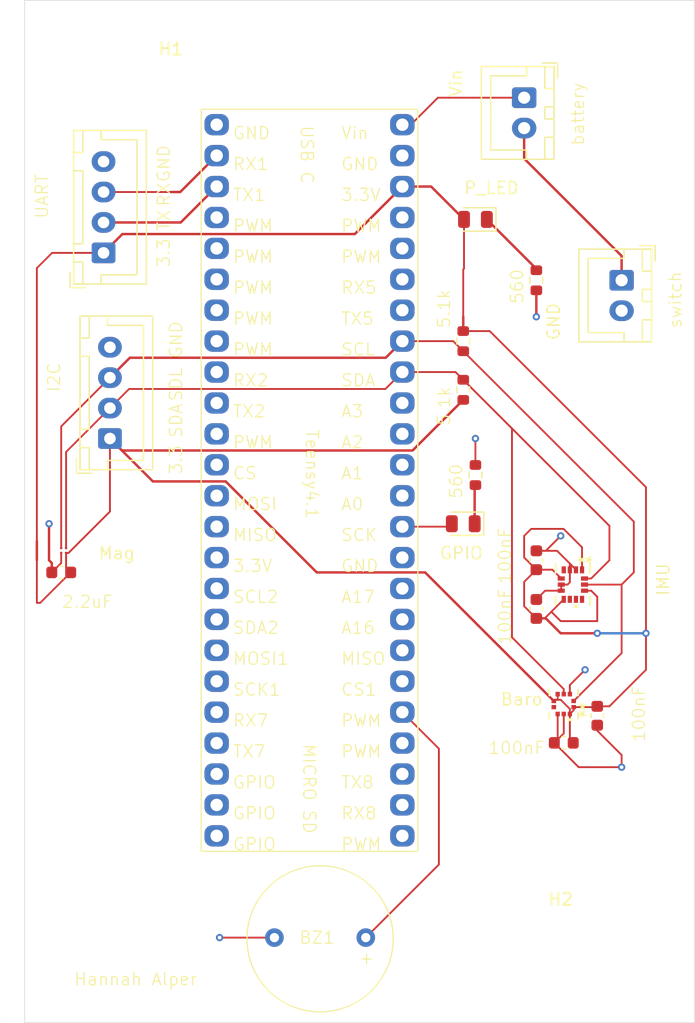
<source format=kicad_pcb>
(kicad_pcb (version 20241229) (generator "pcbnew") (generator_version "9.0")
  (layers (0 "F.Cu" signal) (2 "B.Cu" signal) (13 "F.Paste" user) (15 "B.Paste" user) (5 "F.SilkS" user "F.Silkscreen") (7 "B.SilkS" user "B.Silkscreen") (1 "F.Mask" user) (3 "B.Mask" user) (25 "Edge.Cuts" user))
  (net 0 "")
  (net 1 "GND")
  (net 2 "Net-(BZ1-+)")
  (net 3 "+3.3V")
  (net 4 "Net-(D1-A)")
  (net 5 "Net-(D1-K)")
  (net 6 "Net-(D2-K)")
  (net 7 "Net-(J1-Pin_1)")
  (net 8 "Net-(J2-Pin_1)")
  (net 9 "SCL")
  (net 10 "SDA")
  (net 11 "Net-(J4-Pin_2)")
  (net 12 "Net-(J4-Pin_3)")
  (footprint "Resistor_SMD:R_0603_1608Metric" (layer "F.Cu") (at 106 109 90)
    (property "Reference" "R1" (hide yes))
    (property "Value" "5.1k")
    (pad "1" smd roundrect (at -0.825 0 90) (size 0.8 0.95) (layers "F.Cu" "F.Mask" "F.Paste") (net 9 "SCL"))
    (pad "2" smd roundrect (at 0.825 0 90) (size 0.8 0.95) (layers "F.Cu" "F.Mask" "F.Paste") (net 3 "+3.3V"))
  )
  (footprint "LED_SMD:LED_0805_2012Metric" (layer "F.Cu") (at 107 99 180)
    (property "Reference" "D2" (hide yes))
    (property "Value" "LED")
    (pad "1" smd roundrect (at -0.9375 0 180) (size 0.975 1.4) (layers "F.Cu" "F.Mask" "F.Paste") (net 6 "Net-(D2-K)"))
    (pad "2" smd roundrect (at 0.9375 0 180) (size 0.975 1.4) (layers "F.Cu" "F.Mask" "F.Paste") (net 3 "+3.3V"))
  )
  (footprint "MountingHole:MountingHole_3.2mm_M3" (layer "F.Cu") (at 114 159)
    (property "Reference" "H2" (at 0 -4.15 0) (layer "F.SilkS"))
    (property "Value" "MountingHole")
    (pad "" np_thru_hole circle (at 0 0) (size 3.2 3.2) (drill 3.2) (layers "*.Cu" "*.Mask"))
  )
  (footprint "Resistor_SMD:R_0603_1608Metric" (layer "F.Cu") (at 106 113 -90)
    (property "Reference" "R2" (hide yes))
    (property "Value" "5.1k")
    (pad "1" smd roundrect (at -0.825 0 270) (size 0.8 0.95) (layers "F.Cu" "F.Mask" "F.Paste") (net 10 "SDA"))
    (pad "2" smd roundrect (at 0.825 0 270) (size 0.8 0.95) (layers "F.Cu" "F.Mask" "F.Paste") (net 3 "+3.3V"))
  )
  (footprint "my_footprint_library:magnetometer" (layer "F.Cu") (at 73.2 126.2 90)
    (property "Reference" "U2" (hide yes))
    (property "Value" "MMC5603NJ")
    (pad "A1" smd circle (at -0.2 -0.2 90) (size 0.2032 0.2032) (layers "F.Cu" "F.Mask" "F.Paste") (net 1 "GND"))
    (pad "A2" smd circle (at 0.2 -0.2 90) (size 0.2032 0.2032) (layers "F.Cu" "F.Mask" "F.Paste") (net 9 "SCL"))
    (pad "B1" smd circle (at -0.2 0.2 90) (size 0.2032 0.2032) (layers "F.Cu" "F.Mask" "F.Paste") (net 3 "+3.3V"))
    (pad "B2" smd circle (at 0.2 0.2 90) (size 0.2032 0.2032) (layers "F.Cu" "F.Mask" "F.Paste") (net 10 "SDA"))
  )
  (footprint "LED_SMD:LED_0805_2012Metric" (layer "F.Cu") (at 106 124 180)
    (property "Reference" "D1" (hide yes))
    (property "Value" "LED")
    (pad "1" smd roundrect (at -0.9375 0 180) (size 0.975 1.4) (layers "F.Cu" "F.Mask" "F.Paste") (net 5 "Net-(D1-K)"))
    (pad "2" smd roundrect (at 0.9375 0 180) (size 0.975 1.4) (layers "F.Cu" "F.Mask" "F.Paste") (net 4 "Net-(D1-A)"))
  )
  (footprint "Resistor_SMD:R_0603_1608Metric" (layer "F.Cu") (at 112 104 90)
    (property "Reference" "R4" (hide yes))
    (property "Value" "560")
    (pad "1" smd roundrect (at -0.825 0 90) (size 0.8 0.95) (layers "F.Cu" "F.Mask" "F.Paste") (net 1 "GND"))
    (pad "2" smd roundrect (at 0.825 0 90) (size 0.8 0.95) (layers "F.Cu" "F.Mask" "F.Paste") (net 6 "Net-(D2-K)"))
  )
  (footprint "Capacitor_SMD:C_0603_1608Metric" (layer "F.Cu") (at 73 128 180)
    (property "Reference" "C2" (hide yes))
    (property "Value" "2.2uF")
    (pad "1" smd roundrect (at -0.775 0 180) (size 0.9 0.95) (layers "F.Cu" "F.Mask" "F.Paste") (net 3 "+3.3V"))
    (pad "2" smd roundrect (at 0.775 0 180) (size 0.9 0.95) (layers "F.Cu" "F.Mask" "F.Paste") (net 1 "GND"))
  )
  (footprint "Capacitor_SMD:C_0603_1608Metric" (layer "F.Cu") (at 112 131 -90)
    (property "Reference" "C4" (hide yes))
    (property "Value" "100nF")
    (pad "1" smd roundrect (at -0.775 0 270) (size 0.9 0.95) (layers "F.Cu" "F.Mask" "F.Paste") (net 1 "GND"))
    (pad "2" smd roundrect (at 0.775 0 270) (size 0.9 0.95) (layers "F.Cu" "F.Mask" "F.Paste") (net 3 "+3.3V"))
  )
  (footprint "Capacitor_SMD:C_0603_1608Metric" (layer "F.Cu") (at 114.25 142 180)
    (property "Reference" "C5" (hide yes))
    (property "Value" "100nF")
    (pad "1" smd roundrect (at -0.775 0 180) (size 0.9 0.95) (layers "F.Cu" "F.Mask" "F.Paste") (net 3 "+3.3V"))
    (pad "2" smd roundrect (at 0.775 0 180) (size 0.9 0.95) (layers "F.Cu" "F.Mask" "F.Paste") (net 1 "GND"))
  )
  (footprint "Capacitor_SMD:C_0603_1608Metric" (layer "F.Cu") (at 117 139.775 -90)
    (property "Reference" "C1" (hide yes))
    (property "Value" "100nF")
    (pad "1" smd roundrect (at -0.775 0 270) (size 0.9 0.95) (layers "F.Cu" "F.Mask" "F.Paste") (net 3 "+3.3V"))
    (pad "2" smd roundrect (at 0.775 0 270) (size 0.9 0.95) (layers "F.Cu" "F.Mask" "F.Paste") (net 1 "GND"))
  )
  (footprint "Capacitor_SMD:C_0603_1608Metric" (layer "F.Cu") (at 112 127 -90)
    (property "Reference" "C3" (hide yes))
    (property "Value" "100nF")
    (pad "1" smd roundrect (at -0.775 0 270) (size 0.9 0.95) (layers "F.Cu" "F.Mask" "F.Paste") (net 1 "GND"))
    (pad "2" smd roundrect (at 0.775 0 270) (size 0.9 0.95) (layers "F.Cu" "F.Mask" "F.Paste") (net 3 "+3.3V"))
  )
  (footprint "my_footprint_library:IMU" (layer "F.Cu") (at 115 129 -90)
    (property "Reference" "U3" (hide yes))
    (property "Value" "LSM6DSOTR")
    (fp_text user "*" (at -2.032 -1 270) (layer "F.SilkS"))
    (fp_text user "*" (at -2.032 -1 90) (layer "F.SilkS"))
    (pad "1" smd rect (at -1.2103 -0.750001) (size 0.351536 0.57658) (layers "F.Cu" "F.Mask" "F.Paste") (net 3 "+3.3V"))
    (pad "2" smd rect (at -1.2103 -0.25) (size 0.351536 0.57658) (layers "F.Cu" "F.Mask" "F.Paste") (net 1 "GND"))
    (pad "3" smd rect (at -1.2103 0.25) (size 0.351536 0.57658) (layers "F.Cu" "F.Mask" "F.Paste") (net 1 "GND"))
    (pad "4" smd rect (at -1.2103 0.750001) (size 0.351536 0.57658) (layers "F.Cu" "F.Mask" "F.Paste"))
    (pad "5" smd rect (at -0.499999 0.9563 270) (size 0.351536 0.57658) (layers "F.Cu" "F.Mask" "F.Paste") (net 3 "+3.3V"))
    (pad "6" smd rect (at 0 0.9563 270) (size 0.351536 0.57658) (layers "F.Cu" "F.Mask" "F.Paste") (net 1 "GND"))
    (pad "7" smd rect (at 0.499999 0.9563 270) (size 0.351536 0.57658) (layers "F.Cu" "F.Mask" "F.Paste") (net 1 "GND"))
    (pad "8" smd rect (at 1.2103 0.750001) (size 0.351536 0.57658) (layers "F.Cu" "F.Mask" "F.Paste") (net 3 "+3.3V"))
    (pad "9" smd rect (at 1.2103 0.25) (size 0.351536 0.57658) (layers "F.Cu" "F.Mask" "F.Paste"))
    (pad "10" smd rect (at 1.2103 -0.25) (size 0.351536 0.57658) (layers "F.Cu" "F.Mask" "F.Paste"))
    (pad "11" smd rect (at 1.2103 -0.750001) (size 0.351536 0.57658) (layers "F.Cu" "F.Mask" "F.Paste"))
    (pad "12" smd rect (at 0.499999 -0.9563 270) (size 0.351536 0.57658) (layers "F.Cu" "F.Mask" "F.Paste") (net 3 "+3.3V"))
    (pad "13" smd rect (at 0 -0.9563 270) (size 0.351536 0.57658) (layers "F.Cu" "F.Mask" "F.Paste") (net 9 "SCL"))
    (pad "14" smd rect (at -0.499999 -0.9563 270) (size 0.351536 0.57658) (layers "F.Cu" "F.Mask" "F.Paste") (net 10 "SDA"))
  )
  (footprint "my_footprint_library:barometer_footprint" (layer "F.Cu") (at 114.25 138.815 180)
    (property "Reference" "U1" (hide yes))
    (property "Value" "LPS22HHTR")
    (fp_text user "*" (at -1.5367 -0.5 180) (layer "F.SilkS"))
    (fp_text user "*" (at -1.5367 -0.5 0) (layer "F.SilkS"))
    (pad "1" smd rect (at -0.815 -0.25 270) (size 0.351536 0.376682) (layers "F.Cu" "F.Mask" "F.Paste") (net 3 "+3.3V"))
    (pad "2" smd rect (at -0.815 0.25 270) (size 0.351536 0.376682) (layers "F.Cu" "F.Mask" "F.Paste") (net 9 "SCL"))
    (pad "3" smd rect (at -0.499999 0.815 180) (size 0.351536 0.376682) (layers "F.Cu" "F.Mask" "F.Paste") (net 1 "GND"))
    (pad "4" smd rect (at 0 0.815 180) (size 0.351536 0.376682) (layers "F.Cu" "F.Mask" "F.Paste") (net 10 "SDA"))
    (pad "5" smd rect (at 0.499999 0.815 180) (size 0.351536 0.376682) (layers "F.Cu" "F.Mask" "F.Paste") (net 3 "+3.3V"))
    (pad "6" smd rect (at 0.815 0.25 270) (size 0.351536 0.376682) (layers "F.Cu" "F.Mask" "F.Paste") (net 3 "+3.3V"))
    (pad "7" smd rect (at 0.815 -0.25 270) (size 0.351536 0.376682) (layers "F.Cu" "F.Mask" "F.Paste"))
    (pad "8" smd rect (at 0.499999 -0.815 180) (size 0.351536 0.376682) (layers "F.Cu" "F.Mask" "F.Paste") (net 1 "GND"))
    (pad "9" smd rect (at 0 -0.815 180) (size 0.351536 0.376682) (layers "F.Cu" "F.Mask" "F.Paste") (net 1 "GND"))
    (pad "10" smd rect (at -0.499999 -0.815 180) (size 0.351536 0.376682) (layers "F.Cu" "F.Mask" "F.Paste") (net 3 "+3.3V"))
  )
  (footprint "Connector_JST:JST_XH_B2B-XH-A_1x02_P2.50mm_Vertical" (layer "F.Cu") (at 111 89 -90)
    (property "Reference" "J2" (hide yes))
    (property "Value" "Conn_01x02")
    (pad "1" thru_hole roundrect (at 0 0 270) (size 1.7 2) (drill 1) (layers "*.Cu" "*.Mask") (roundrect_rratio 0.147059) (net 8 "Net-(J2-Pin_1)"))
    (pad "2" thru_hole oval (at 2.5 0 270) (size 1.7 2) (drill 1) (layers "*.Cu" "*.Mask") (net 7 "Net-(J1-Pin_1)"))
  )
  (footprint "footprint:teensy" (layer "F.Cu") (at 93.38 120.43)
    (property "Reference" "Teensy4.1" (at 0.2 -0.5 270) (layer "F.SilkS") (effects (font (thickness 0.1))))
    (property "Value" "~")
    (fp_text user "PWM" (at -6.35 -12.7 0) (layer "F.SilkS") (effects (font (thickness 0.1)) (justify left bottom)))
    (fp_text user "GPIO" (at -6.35 25.4 0) (layer "F.SilkS") (effects (font (thickness 0.1)) (justify left bottom)))
    (fp_text user "SCK1" (at -6.35 17.78 0) (layer "F.SilkS") (effects (font (thickness 0.1)) (justify left bottom)))
    (fp_text user "MISO" (at -6.35 5.08 0) (layer "F.SilkS") (effects (font (thickness 0.1)) (justify left bottom)))
    (fp_text user "PWM" (at 2.54 -17.78 0) (layer "F.SilkS") (effects (font (thickness 0.1)) (justify left bottom)))
    (fp_text user "A16" (at 2.54 12.7 0) (layer "F.SilkS") (effects (font (thickness 0.1)) (justify left bottom)))
    (fp_text user "3.3V" (at -6.35 7.62 0) (layer "F.SilkS") (effects (font (thickness 0.1)) (justify left bottom)))
    (fp_text user "A17" (at 2.54 10.16 0) (layer "F.SilkS") (effects (font (thickness 0.1)) (justify left bottom)))
    (fp_text user "RX1" (at -6.35 -25.4 0) (layer "F.SilkS") (effects (font (thickness 0.1)) (justify left bottom)))
    (fp_text user "USB C" (at -0.8 -29.2 270) (layer "F.SilkS") (effects (font (thickness 0.1)) (justify left bottom)))
    (fp_text user "PWM" (at 2.54 22.86 0) (layer "F.SilkS") (effects (font (thickness 0.1)) (justify left bottom)))
    (fp_text user "PWM" (at 2.54 30.48 0) (layer "F.SilkS") (effects (font (thickness 0.1)) (justify left bottom)))
    (fp_text user "RX8" (at 2.54 27.94 0) (layer "F.SilkS") (effects (font (thickness 0.1)) (justify left bottom)))
    (fp_text user "PWM" (at -6.35 -10.16 0) (layer "F.SilkS") (effects (font (thickness 0.1)) (justify left bottom)))
    (fp_text user "3.3V" (at 2.54 -22.86 0) (layer "F.SilkS") (effects (font (thickness 0.1)) (justify left bottom)))
    (fp_text user "CS" (at -6.35 0 0) (layer "F.SilkS") (effects (font (thickness 0.1)) (justify left bottom)))
    (fp_text user "GND" (at 2.54 7.62 0) (layer "F.SilkS") (effects (font (thickness 0.1)) (justify left bottom)))
    (fp_text user "PWM" (at 2.54 -20.32 0) (layer "F.SilkS") (effects (font (thickness 0.1)) (justify left bottom)))
    (fp_text user "MISO" (at 2.54 15.24 0) (layer "F.SilkS") (effects (font (thickness 0.1)) (justify left bottom)))
    (fp_text user "TX8" (at 2.54 25.4 0) (layer "F.SilkS") (effects (font (thickness 0.1)) (justify left bottom)))
    (fp_text user "A1" (at 2.54 0 0) (layer "F.SilkS") (effects (font (thickness 0.1)) (justify left bottom)))
    (fp_text user "MICRO SD" (at -0.6 21.59 270) (layer "F.SilkS") (effects (font (thickness 0.1)) (justify left bottom)))
    (fp_text user "PWM" (at -6.35 -2.54 0) (layer "F.SilkS") (effects (font (thickness 0.1)) (justify left bottom)))
    (fp_text user "MOSI1" (at -6.35 15.24 0) (layer "F.SilkS") (effects (font (thickness 0.1)) (justify left bottom)))
    (fp_text user "A2" (at 2.54 -2.54 0) (layer "F.SilkS") (effects (font (thickness 0.1)) (justify left bottom)))
    (fp_text user "PWM" (at -6.35 -15.24 0) (layer "F.SilkS") (effects (font (thickness 0.1)) (justify left bottom)))
    (fp_text user "SCK" (at 2.54 5.08 0) (layer "F.SilkS") (effects (font (thickness 0.1)) (justify left bottom)))
    (fp_text user "RX5" (at 2.54 -15.24 0) (layer "F.SilkS") (effects (font (thickness 0.1)) (justify left bottom)))
    (fp_text user "PWM" (at 2.54 20.32 0) (layer "F.SilkS") (effects (font (thickness 0.1)) (justify left bottom)))
    (fp_text user "PWM" (at -6.35 -20.32 0) (layer "F.SilkS") (effects (font (thickness 0.1)) (justify left bottom)))
    (fp_text user "MOSI" (at -6.35 2.54 0) (layer "F.SilkS") (effects (font (thickness 0.1)) (justify left bottom)))
    (fp_text user "GND" (at -6.35 -27.94 0) (layer "F.SilkS") (effects (font (thickness 0.1)) (justify left bottom)))
    (fp_text user "RX7" (at -6.35 20.32 0) (layer "F.SilkS") (effects (font (thickness 0.1)) (justify left bottom)))
    (fp_text user "TX2" (at -6.35 -5.08 0) (layer "F.SilkS") (effects (font (thickness 0.1)) (justify left bottom)))
    (fp_text user "SCL2" (at -6.35 10.16 0) (layer "F.SilkS") (effects (font (thickness 0.1)) (justify left bottom)))
    (fp_text user "SDA2" (at -6.35 12.7 0) (layer "F.SilkS") (effects (font (thickness 0.1)) (justify left bottom)))
    (fp_text user "CS1" (at 2.54 17.78 0) (layer "F.SilkS") (effects (font (thickness 0.1)) (justify left bottom)))
    (fp_text user "TX1" (at -6.35 -22.86 0) (layer "F.SilkS") (effects (font (thickness 0.1)) (justify left bottom)))
    (fp_text user "RX2" (at -6.35 -7.62 0) (layer "F.SilkS") (effects (font (thickness 0.1)) (justify left bottom)))
    (fp_text user "A3" (at 2.54 -5.08 0) (layer "F.SilkS") (effects (font (thickness 0.1)) (justify left bottom)))
    (fp_text user "Vin" (at 2.54 -27.94 0) (layer "F.SilkS") (effects (font (thickness 0.1)) (justify left bottom)))
    (fp_text user "PWM" (at -6.35 -17.78 0) (layer "F.SilkS") (effects (font (thickness 0.1)) (justify left bottom)))
    (fp_text user "GND" (at 2.54 -25.4 0) (layer "F.SilkS") (effects (font (thickness 0.1)) (justify left bottom)))
    (fp_text user "GPIO" (at -6.35 27.94 0) (layer "F.SilkS") (effects (font (thickness 0.1)) (justify left bottom)))
    (fp_text user "SDA" (at 2.54 -7.62 0) (layer "F.SilkS") (effects (font (thickness 0.1)) (justify left bottom)))
    (fp_text user "SCL" (at 2.54 -10.16 0) (layer "F.SilkS") (effects (font (thickness 0.1)) (justify left bottom)))
    (fp_text user "A0" (at 2.54 2.54 0) (layer "F.SilkS") (effects (font (thickness 0.1)) (justify left bottom)))
    (fp_text user "GPIO" (at -6.35 30.48 0) (layer "F.SilkS") (effects (font (thickness 0.1)) (justify left bottom)))
    (fp_text user "TX5" (at 2.54 -12.7 0) (layer "F.SilkS") (effects (font (thickness 0.1)) (justify left bottom)))
    (fp_text user "TX7" (at -6.35 22.86 0) (layer "F.SilkS") (effects (font (thickness 0.1)) (justify left bottom)))
    (pad "0" thru_hole roundrect (at -7.62 -26.67) (size 2 1.75) (drill 1.02) (layers "*.Cu" "*.Mask") (roundrect_rratio 0.375) (net 12 "Net-(J4-Pin_3)"))
    (pad "1" thru_hole roundrect (at -7.62 -24.13) (size 2 1.75) (drill 1.02) (layers "*.Cu" "*.Mask") (roundrect_rratio 0.375) (net 11 "Net-(J4-Pin_2)"))
    (pad "2" thru_hole roundrect (at -7.62 -21.59) (size 2 1.75) (drill 1.02) (layers "*.Cu" "*.Mask") (roundrect_rratio 0.375))
    (pad "3" thru_hole roundrect (at -7.62 -19.05) (size 2 1.75) (drill 1.02) (layers "*.Cu" "*.Mask") (roundrect_rratio 0.375))
    (pad "3V" thru_hole roundrect (at -7.62 6.35) (size 2 1.75) (drill 1.02) (layers "*.Cu" "*.Mask") (roundrect_rratio 0.375))
    (pad "3V1" thru_hole roundrect (at 7.62 -24.13) (size 2 1.75) (drill 1.02) (layers "*.Cu" "*.Mask") (roundrect_rratio 0.375) (net 3 "+3.3V"))
    (pad "4" thru_hole roundrect (at -7.62 -16.51) (size 2 1.75) (drill 1.02) (layers "*.Cu" "*.Mask") (roundrect_rratio 0.375))
    (pad "5" thru_hole roundrect (at -7.62 -13.97) (size 2 1.75) (drill 1.02) (layers "*.Cu" "*.Mask") (roundrect_rratio 0.375))
    (pad "5V" thru_hole roundrect (at 7.62 -29.21) (size 2 1.75) (drill 1.02) (layers "*.Cu" "*.Mask") (roundrect_rratio 0.375) (net 8 "Net-(J2-Pin_1)"))
    (pad "6" thru_hole roundrect (at -7.62 -11.43) (size 2 1.75) (drill 1.02) (layers "*.Cu" "*.Mask") (roundrect_rratio 0.375))
    (pad "7" thru_hole roundrect (at -7.62 -8.89) (size 2 1.75) (drill 1.02) (layers "*.Cu" "*.Mask") (roundrect_rratio 0.375))
    (pad "8" thru_hole roundrect (at -7.62 -6.35) (size 2 1.75) (drill 1.02) (layers "*.Cu" "*.Mask") (roundrect_rratio 0.375))
    (pad "9" thru_hole roundrect (at -7.62 -3.81) (size 2 1.75) (drill 1.02) (layers "*.Cu" "*.Mask") (roundrect_rratio 0.375))
    (pad "10" thru_hole roundrect (at -7.62 -1.27) (size 2 1.75) (drill 1.02) (layers "*.Cu" "*.Mask") (roundrect_rratio 0.375))
    (pad "11" thru_hole roundrect (at -7.62 1.27) (size 2 1.75) (drill 1.02) (layers "*.Cu" "*.Mask") (roundrect_rratio 0.375))
    (pad "12" thru_hole roundrect (at -7.62 3.81) (size 2 1.75) (drill 1.02) (layers "*.Cu" "*.Mask") (roundrect_rratio 0.375))
    (pad "13" thru_hole roundrect (at 7.62 3.81) (size 2 1.75) (drill 1.02) (layers "*.Cu" "*.Mask") (roundrect_rratio 0.375) (net 4 "Net-(D1-A)"))
    (pad "14" thru_hole roundrect (at 7.62 1.27) (size 2 1.75) (drill 1.02) (layers "*.Cu" "*.Mask") (roundrect_rratio 0.375))
    (pad "15" thru_hole roundrect (at 7.62 -1.27) (size 2 1.75) (drill 1.02) (layers "*.Cu" "*.Mask") (roundrect_rratio 0.375))
    (pad "16" thru_hole roundrect (at 7.62 -3.81) (size 2 1.75) (drill 1.02) (layers "*.Cu" "*.Mask") (roundrect_rratio 0.375))
    (pad "17" thru_hole roundrect (at 7.62 -6.35) (size 2 1.75) (drill 1.02) (layers "*.Cu" "*.Mask") (roundrect_rratio 0.375))
    (pad "18" thru_hole roundrect (at 7.62 -8.89) (size 2 1.75) (drill 1.02) (layers "*.Cu" "*.Mask") (roundrect_rratio 0.375) (net 10 "SDA"))
    (pad "19" thru_hole roundrect (at 7.62 -11.43) (size 2 1.75) (drill 1.02) (layers "*.Cu" "*.Mask") (roundrect_rratio 0.375) (net 9 "SCL"))
    (pad "20" thru_hole roundrect (at 7.62 -13.97) (size 2 1.75) (drill 1.02) (layers "*.Cu" "*.Mask") (roundrect_rratio 0.375))
    (pad "21" thru_hole roundrect (at 7.62 -16.51) (size 2 1.75) (drill 1.02) (layers "*.Cu" "*.Mask") (roundrect_rratio 0.375))
    (pad "22" thru_hole roundrect (at 7.62 -19.05) (size 2 1.75) (drill 1.02) (layers "*.Cu" "*.Mask") (roundrect_rratio 0.375))
    (pad "23" thru_hole roundrect (at 7.62 -21.59) (size 2 1.75) (drill 1.02) (layers "*.Cu" "*.Mask") (roundrect_rratio 0.375))
    (pad "24" thru_hole roundrect (at -7.62 8.89) (size 2 1.75) (drill 1.02) (layers "*.Cu" "*.Mask") (roundrect_rratio 0.375))
    (pad "25" thru_hole roundrect (at -7.62 11.43) (size 2 1.75) (drill 1.02) (layers "*.Cu" "*.Mask") (roundrect_rratio 0.375))
    (pad "26" thru_hole roundrect (at -7.62 13.97) (size 2 1.75) (drill 1.02) (layers "*.Cu" "*.Mask") (roundrect_rratio 0.375))
    (pad "27" thru_hole roundrect (at -7.62 16.51) (size 2 1.75) (drill 1.02) (layers "*.Cu" "*.Mask") (roundrect_rratio 0.375))
    (pad "28" thru_hole roundrect (at -7.62 19.05) (size 2 1.75) (drill 1.02) (layers "*.Cu" "*.Mask") (roundrect_rratio 0.375))
    (pad "29" thru_hole roundrect (at -7.62 21.59) (size 2 1.75) (drill 1.02) (layers "*.Cu" "*.Mask") (roundrect_rratio 0.375))
    (pad "30" thru_hole roundrect (at -7.62 24.13) (size 2 1.75) (drill 1.02) (layers "*.Cu" "*.Mask") (roundrect_rratio 0.375))
    (pad "31" thru_hole roundrect (at -7.62 26.67) (size 2 1.75) (drill 1.02) (layers "*.Cu" "*.Mask") (roundrect_rratio 0.375))
    (pad "32" thru_hole roundrect (at -7.62 29.21) (size 2 1.75) (drill 1.02) (layers "*.Cu" "*.Mask") (roundrect_rratio 0.375))
    (pad "33" thru_hole roundrect (at 7.62 29.21) (size 2 1.75) (drill 1.02) (layers "*.Cu" "*.Mask") (roundrect_rratio 0.375))
    (pad "34" thru_hole roundrect (at 7.62 26.67) (size 2 1.75) (drill 1.02) (layers "*.Cu" "*.Mask") (roundrect_rratio 0.375))
    (pad "35" thru_hole roundrect (at 7.62 24.13) (size 2 1.75) (drill 1.02) (layers "*.Cu" "*.Mask") (roundrect_rratio 0.375))
    (pad "36" thru_hole roundrect (at 7.62 21.59) (size 2 1.75) (drill 1.02) (layers "*.Cu" "*.Mask") (roundrect_rratio 0.375))
    (pad "37" thru_hole roundrect (at 7.62 19.05) (size 2 1.75) (drill 1.02) (layers "*.Cu" "*.Mask") (roundrect_rratio 0.375) (net 2 "Net-(BZ1-+)"))
    (pad "38" thru_hole roundrect (at 7.62 16.51) (size 2 1.75) (drill 1.02) (layers "*.Cu" "*.Mask") (roundrect_rratio 0.375))
    (pad "39" thru_hole roundrect (at 7.62 13.97) (size 2 1.75) (drill 1.02) (layers "*.Cu" "*.Mask") (roundrect_rratio 0.375))
    (pad "40" thru_hole roundrect (at 7.62 11.43) (size 2 1.75) (drill 1.02) (layers "*.Cu" "*.Mask") (roundrect_rratio 0.375))
    (pad "41" thru_hole roundrect (at 7.62 8.89) (size 2 1.75) (drill 1.02) (layers "*.Cu" "*.Mask") (roundrect_rratio 0.375))
    (pad "G" thru_hole roundrect (at -7.62 -29.21) (size 2 1.75) (drill 1.02) (layers "*.Cu" "*.Mask") (roundrect_rratio 0.375) (net 1 "GND"))
    (pad "G1" thru_hole roundrect (at 7.62 -26.67) (size 2 1.75) (drill 1.02) (layers "*.Cu" "*.Mask") (roundrect_rratio 0.375) (net 1 "GND"))
    (pad "G2" thru_hole roundrect (at 7.62 6.35) (size 2 1.75) (drill 1.02) (layers "*.Cu" "*.Mask") (roundrect_rratio 0.375) (net 1 "GND"))
  )
  (footprint "Connector_JST:JST_XH_B2B-XH-A_1x02_P2.50mm_Vertical" (layer "F.Cu") (at 119 104 -90)
    (property "Reference" "J1" (hide yes))
    (property "Value" "Conn_01x02")
    (pad "1" thru_hole roundrect (at 0 0 270) (size 1.7 2) (drill 1) (layers "*.Cu" "*.Mask") (roundrect_rratio 0.147059) (net 7 "Net-(J1-Pin_1)"))
    (pad "2" thru_hole oval (at 2.5 0 270) (size 1.7 2) (drill 1) (layers "*.Cu" "*.Mask") (net 1 "GND"))
  )
  (footprint "Resistor_SMD:R_0603_1608Metric" (layer "F.Cu") (at 107 120 90)
    (property "Reference" "R3" (hide yes))
    (property "Value" "560")
    (pad "1" smd roundrect (at -0.825 0 90) (size 0.8 0.95) (layers "F.Cu" "F.Mask" "F.Paste") (net 5 "Net-(D1-K)"))
    (pad "2" smd roundrect (at 0.825 0 90) (size 0.8 0.95) (layers "F.Cu" "F.Mask" "F.Paste") (net 1 "GND"))
  )
  (footprint "Connector_JST:JST_XH_B4B-XH-A_1x04_P2.50mm_Vertical" (layer "F.Cu") (at 77 117 90)
    (property "Reference" "J3" (hide yes))
    (property "Value" "Conn_01x04")
    (pad "1" thru_hole roundrect (at 0 0 90) (size 1.7 1.95) (drill 0.95) (layers "*.Cu" "*.Mask") (roundrect_rratio 0.147059) (net 3 "+3.3V"))
    (pad "2" thru_hole oval (at 2.5 0 90) (size 1.7 1.95) (drill 0.95) (layers "*.Cu" "*.Mask") (net 10 "SDA"))
    (pad "3" thru_hole oval (at 5 0 90) (size 1.7 1.95) (drill 0.95) (layers "*.Cu" "*.Mask") (net 9 "SCL"))
    (pad "4" thru_hole oval (at 7.5 0 90) (size 1.7 1.95) (drill 0.95) (layers "*.Cu" "*.Mask") (net 1 "GND"))
  )
  (footprint "Connector_JST:JST_XH_B4B-XH-A_1x04_P2.50mm_Vertical" (layer "F.Cu") (at 76.475 101.75 90)
    (property "Reference" "J4" (hide yes))
    (property "Value" "Conn_01x04")
    (pad "1" thru_hole roundrect (at 0 0 90) (size 1.7 1.95) (drill 0.95) (layers "*.Cu" "*.Mask") (roundrect_rratio 0.147059) (net 3 "+3.3V"))
    (pad "2" thru_hole oval (at 2.5 0 90) (size 1.7 1.95) (drill 0.95) (layers "*.Cu" "*.Mask") (net 11 "Net-(J4-Pin_2)"))
    (pad "3" thru_hole oval (at 5 0 90) (size 1.7 1.95) (drill 0.95) (layers "*.Cu" "*.Mask") (net 12 "Net-(J4-Pin_3)"))
    (pad "4" thru_hole oval (at 7.5 0 90) (size 1.7 1.95) (drill 0.95) (layers "*.Cu" "*.Mask") (net 1 "GND"))
  )
  (footprint "my_footprint_library:Adafruit_Buzzer" (layer "F.Cu") (at 94 158 180)
    (property "Reference" "BZ1" (at 0 0 0) (layer "F.SilkS") (effects (font (thickness 0.1))))
    (property "Value" "Buzzer")
    (fp_text user "+" (at -4.75 -1.25 180) (layer "F.SilkS") (effects (font (thickness 0.1)) (justify left bottom)))
    (pad "1" thru_hole circle (at -4 0 180) (size 1.524 1.524) (drill 0.762) (layers "*.Cu" "*.Mask") (net 2 "Net-(BZ1-+)"))
    (pad "2" thru_hole circle (at 3.5 0 180) (size 1.524 1.524) (drill 0.762) (layers "*.Cu" "*.Mask") (net 1 "GND"))
  )
  (footprint "MountingHole:MountingHole_3.2mm_M3" (layer "F.Cu") (at 77 85)
    (property "Reference" "H1" (at 5 0 0) (layer "F.SilkS"))
    (property "Value" "MountingHole")
    (pad "" np_thru_hole circle (at 0 0) (size 3.2 3.2) (drill 3.2) (layers "*.Cu" "*.Mask"))
  )
  (gr_line (start 68 165) (end 68 165) (stroke (width 0.05)) (layer "Edge.Cuts"))
  (gr_line (start 70 81) (end 70 165) (stroke (width 0.05)) (layer "Edge.Cuts"))
  (gr_line (start 70 165) (end 125 165) (stroke (width 0.05)) (layer "Edge.Cuts"))
  (gr_line (start 70 81) (end 125 81) (stroke (width 0.05)) (layer "Edge.Cuts"))
  (gr_line (start 125 106) (end 125 165) (stroke (width 0.05)) (layer "Edge.Cuts"))
  (gr_line (start 125 106) (end 125 81) (stroke (width 0.05)) (layer "Edge.Cuts"))
  (gr_text "5.1k" (at 105 108 90) (layer "F.SilkS") (effects (font (size 1 1) (thickness 0.1)) (justify left bottom)))
  (gr_text "I2C" (at 73 113.25 90) (layer "F.SilkS") (effects (font (size 1 1) (thickness 0.1)) (justify left bottom)))
  (gr_text "switch" (at 124 108 90) (layer "F.SilkS") (effects (font (size 1 1) (thickness 0.1)) (justify left bottom)))
  (gr_text "Mag" (at 76 127 0) (layer "F.SilkS") (effects (font (size 1 1) (thickness 0.125)) (justify left bottom)))
  (gr_text "100nF" (at 121 142 90) (layer "F.SilkS") (effects (font (size 1 1) (thickness 0.1)) (justify left bottom)))
  (gr_text "battery" (at 116 93 90) (layer "F.SilkS") (effects (font (size 1 1) (thickness 0.1)) (justify left bottom)))
  (gr_text "2.2uF" (at 73 131 0) (layer "F.SilkS") (effects (font (size 1 1) (thickness 0.1)) (justify left bottom)))
  (gr_text "GND" (at 82 96 90) (layer "F.SilkS") (effects (font (size 1 1) (thickness 0.1)) (justify left bottom)))
  (gr_text "IMU" (at 123 130 90) (layer "F.SilkS") (effects (font (size 1 1) (thickness 0.125)) (justify left bottom)))
  (gr_text "3.3" (at 82 103 90) (layer "F.SilkS") (effects (font (size 1 1) (thickness 0.1)) (justify left bottom)))
  (gr_text "RX" (at 82 98 90) (layer "F.SilkS") (effects (font (size 1 1) (thickness 0.1)) (justify left bottom)))
  (gr_text "560" (at 111 106 90) (layer "F.SilkS") (effects (font (size 1 1) (thickness 0.1)) (justify left bottom)))
  (gr_text "560" (at 106 122 90) (layer "F.SilkS") (effects (font (size 1 1) (thickness 0.1)) (justify left bottom)))
  (gr_text "GND" (at 114 109 90) (layer "F.SilkS") (effects (font (size 1 1) (thickness 0.125)) (justify left bottom)))
  (gr_text "Vin" (at 106 89 90) (layer "F.SilkS") (effects (font (size 1 1) (thickness 0.125)) (justify left bottom)))
  (gr_text "3.3" (at 83 120 90) (layer "F.SilkS") (effects (font (size 1 1) (thickness 0.1)) (justify left bottom)))
  (gr_text "5.1k" (at 105 116 90) (layer "F.SilkS") (effects (font (size 1 1) (thickness 0.1)) (justify left bottom)))
  (gr_text "TX" (at 82 100 90) (layer "F.SilkS") (effects (font (size 1 1) (thickness 0.1)) (justify left bottom)))
  (gr_text "100nF" (at 110 134 90) (layer "F.SilkS") (effects (font (size 1 1) (thickness 0.1)) (justify left bottom)))
  (gr_text "100nF" (at 110 129 90) (layer "F.SilkS") (effects (font (size 1 1) (thickness 0.1)) (justify left bottom)))
  (gr_text "SDL" (at 83 114 90) (layer "F.SilkS") (effects (font (size 1 1) (thickness 0.1)) (justify left bottom)))
  (gr_text "GPIO" (at 104 127 0) (layer "F.SilkS") (effects (font (size 1 1) (thickness 0.125)) (justify left bottom)))
  (gr_text "SDA" (at 83 117 90) (layer "F.SilkS") (effects (font (size 1 1) (thickness 0.1)) (justify left bottom)))
  (gr_text "Hannah Alper" (at 74 162 0) (layer "F.SilkS") (effects (font (size 1 1) (thickness 0.1)) (justify left bottom)))
  (gr_text "GND" (at 83 110.475 90) (layer "F.SilkS") (effects (font (size 1 1) (thickness 0.1)) (justify left bottom)))
  (gr_text "P_LED" (at 106 97 0) (layer "F.SilkS") (effects (font (size 1 1) (thickness 0.125)) (justify left bottom)))
  (gr_text "Baro" (at 109 139 0) (layer "F.SilkS") (effects (font (size 1 1) (thickness 0.125)) (justify left bottom)))
  (gr_text "100nF" (at 108 143 0) (layer "F.SilkS") (effects (font (size 1 1) (thickness 0.1)) (justify left bottom)))
  (gr_text "UART" (at 72 99 90) (layer "F.SilkS") (effects (font (size 1 1) (thickness 0.1)) (justify left bottom)))
  (segment (start 112 104.825) (end 112 107) (width 0.2) (layer "F.Cu") (net 1))
  (segment (start 73 126.4) (end 73 127.225) (width 0.15) (layer "F.Cu") (net 1))
  (segment (start 114.25 141.225) (end 113.475 142) (width 0.15) (layer "F.Cu") (net 1))
  (segment (start 114.559759 129) (end 114.0437 129) (width 0.15) (layer "F.Cu") (net 1))
  (segment (start 114.25 139.63) (end 114.25 141.225) (width 0.15) (layer "F.Cu") (net 1))
  (segment (start 73 127.225) (end 72.225 128) (width 0.15) (layer "F.Cu") (net 1))
  (segment (start 112 126.225) (end 112.775 126.225) (width 0.15) (layer "F.Cu") (net 1))
  (segment (start 115.25 127.773643) (end 114.75 127.273643) (width 0.15) (layer "F.Cu") (net 1))
  (segment (start 114.0437 129.499999) (end 114.0437 129) (width 0.15) (layer "F.Cu") (net 1))
  (segment (start 113.701357 126.225) (end 114.75 127.273643) (width 0.15) (layer "F.Cu") (net 1))
  (segment (start 119 143) (end 117 141) (width 0.15) (layer "F.Cu") (net 1))
  (segment (start 114.75 128.809759) (end 114.559759 129) (width 0.15) (layer "F.Cu") (net 1))
  (segment (start 72 127) (end 72.225 127.225) (width 0.2) (layer "F.Cu") (net 1))
  (segment (start 112 126.225) (end 113.701357 126.225) (width 0.15) (layer "F.Cu") (net 1))
  (segment (start 114.75 127.7897) (end 114.75 128.809759) (width 0.15) (layer "F.Cu") (net 1))
  (segment (start 112.725001 129.499999) (end 112 130.225) (width 0.15) (layer "F.Cu") (net 1))
  (segment (start 114.0437 129.499999) (end 112.725001 129.499999) (width 0.15) (layer "F.Cu") (net 1))
  (segment (start 113.475 142) (end 115.475 144) (width 0.15) (layer "F.Cu") (net 1))
  (segment (start 119 144) (end 119 143) (width 0.15) (layer "F.Cu") (net 1))
  (segment (start 115.25 127.7897) (end 115.25 127.773643) (width 0.15) (layer "F.Cu") (net 1))
  (segment (start 72.225 127.225) (end 72.225 128) (width 0.2) (layer "F.Cu") (net 1))
  (segment (start 107 117) (end 107 119.175) (width 0.15) (layer "F.Cu") (net 1))
  (segment (start 72 124) (end 72 127) (width 0.2) (layer "F.Cu") (net 1))
  (segment (start 114.75 127.273643) (end 114.75 127.7897) (width 0.15) (layer "F.Cu") (net 1))
  (segment (start 90.5 158) (end 86 158) (width 0.15) (layer "F.Cu") (net 1))
  (segment (start 117 141) (end 117 140.55) (width 0.15) (layer "F.Cu") (net 1))
  (segment (start 113.750001 141.724999) (end 113.475 142) (width 0.15) (layer "F.Cu") (net 1))
  (segment (start 115.475 144) (end 119 144) (width 0.15) (layer "F.Cu") (net 1))
  (segment (start 114.749999 138) (end 114.749999 137.250001) (width 0.15) (layer "F.Cu") (net 1))
  (segment (start 114.749999 137.250001) (end 116 136) (width 0.15) (layer "F.Cu") (net 1))
  (segment (start 112.775 126.225) (end 114 125) (width 0.15) (layer "F.Cu") (net 1))
  (segment (start 113.750001 139.63) (end 113.750001 141.724999) (width 0.15) (layer "F.Cu") (net 1))
  (via (at 116 136) (size 0.6) (drill 0.3) (layers "F.Cu" "B.Cu") (net 1))
  (via (at 72 124) (size 0.6) (drill 0.3) (layers "F.Cu" "B.Cu") (net 1))
  (via (at 119 144) (size 0.6) (drill 0.3) (layers "F.Cu" "B.Cu") (net 1))
  (via (at 114 125) (size 0.6) (drill 0.3) (layers "F.Cu" "B.Cu") (net 1))
  (via (at 112 107) (size 0.6) (drill 0.3) (layers "F.Cu" "B.Cu") (net 1))
  (via (at 107 117) (size 0.6) (drill 0.3) (layers "F.Cu" "B.Cu") (net 1))
  (via (at 86 158) (size 0.6) (drill 0.3) (layers "F.Cu" "B.Cu") (net 1))
  (segment (start 104 152) (end 104 142.48) (width 0.15) (layer "F.Cu") (net 2))
  (segment (start 104 142.48) (end 101 139.48) (width 0.15) (layer "F.Cu") (net 2))
  (segment (start 98 158) (end 104 152) (width 0.15) (layer "F.Cu") (net 2))
  (segment (start 106.0625 103.048436) (end 106 103.110936) (width 0.15) (layer "F.Cu") (net 3))
  (segment (start 121 121) (end 121 133) (width 0.15) (layer "F.Cu") (net 3))
  (segment (start 115.065 139.065) (end 115.065 139.314999) (width 0.15) (layer "F.Cu") (net 3))
  (segment (start 121 133) (end 121 136) (width 0.15) (layer "F.Cu") (net 3))
  (segment (start 106 107) (end 106 106) (width 0.15) (layer "F.Cu") (net 3))
  (segment (start 111 130.775) (end 112 131.775) (width 0.15) (layer "F.Cu") (net 3))
  (segment (start 93.976258 128) (end 86.500258 120.524) (width 0.2) (layer "F.Cu") (net 3))
  (segment (start 115.9563 129.499999) (end 116.499999 129.499999) (width 0.15) (layer "F.Cu") (net 3))
  (segment (start 114 132) (end 113.23015 131.23015) (width 0.15) (layer "F.Cu") (net 3))
  (segment (start 113.435 138.565) (end 102.87 128) (width 0.2) (layer "F.Cu") (net 3))
  (segment (start 108.175 108.175) (end 121 121) (width 0.15) (layer "F.Cu") (net 3))
  (segment (start 77.984 117.984) (end 77 117) (width 0.2) (layer "F.Cu") (net 3))
  (segment (start 112 127.775) (end 113.318699 127.775) (width 0.15) (layer "F.Cu") (net 3))
  (segment (start 103.3625 96.3) (end 106.0625 99) (width 0.2) (layer "F.Cu") (net 3))
  (segment (start 111.576 124.424) (end 111 125) (width 0.15) (layer "F.Cu") (net 3))
  (segment (start 73.6 126.4) (end 73.4 126.4) (width 0.15) (layer "F.Cu") (net 3))
  (segment (start 114 133) (end 112.775 131.775) (width 0.2) (layer "F.Cu") (net 3))
  (segment (start 113.798232 138.464341) (end 113.535659 138.464341) (width 0.15) (layer "F.Cu") (net 3))
  (segment (start 117 132) (end 114 132) (width 0.15) (layer "F.Cu") (net 3))
  (segment (start 114.00045 138.464341) (end 113.798232 138.464341) (width 0.15) (layer "F.Cu") (net 3))
  (segment (start 112 131.775) (end 112 132) (width 0.2) (layer "F.Cu") (net 3))
  (segment (start 73.4 127.625) (end 73.775 128) (width 0.15) (layer "F.Cu") (net 3))
  (segment (start 113.535659 138.464341) (end 113.435 138.565) (width 0.15) (layer "F.Cu") (net 3))
  (segment (start 113.798232 138.464341) (end 113.750001 138.41611) (width 0.15) (layer "F.Cu") (net 3))
  (segment (start 111 125) (end 111 126.775) (width 0.15) (layer "F.Cu") (net 3))
  (segment (start 71 126.576) (end 71 127) (width 0.15) (layer "F.Cu") (net 3))
  (segment (start 71 125.424) (end 71 127) (width 0.2) (layer "F.Cu") (net 3))
  (segment (start 117 133) (end 114 133) (width 0.2) (layer "F.Cu") (net 3))
  (segment (start 114.749999 141.724999) (end 115.025 142) (width 0.15) (layer "F.Cu") (net 3))
  (segment (start 102.87 128) (end 93.976258 128) (width 0.2) (layer "F.Cu") (net 3))
  (segment (start 112 127.775) (end 111 128.775) (width 0.15) (layer "F.Cu") (net 3))
  (segment (start 111 126.775) (end 112 127.775) (width 0.15) (layer "F.Cu") (net 3))
  (segment (start 113.23015 131.23015) (end 114.249999 130.2103) (width 0.15) (layer "F.Cu") (net 3))
  (segment (start 97.096 100.204) (end 101 96.3) (width 0.2) (layer "F.Cu") (net 3))
  (segment (start 106 113.825) (end 101.841 117.984) (width 0.2) (layer "F.Cu") (net 3))
  (segment (start 71.275 130.5) (end 73.775 128) (width 0.15) (layer "F.Cu") (net 3))
  (segment (start 77 117) (end 77 123) (width 0.15) (layer "F.Cu") (net 3))
  (segment (start 112.775 131.775) (end 112 131.775) (width 0.2) (layer "F.Cu") (net 3))
  (segment (start 112 131.775) (end 112.685299 131.775) (width 0.15) (layer "F.Cu") (net 3))
  (segment (start 106.0625 99) (end 106.0625 103.048436) (width 0.15) (layer "F.Cu") (net 3))
  (segment (start 71 103) (end 71 125.424) (width 0.15) (layer "F.Cu") (net 3))
  (segment (start 113.318699 127.775) (end 114.0437 128.500001) (width 0.15) (layer "F.Cu") (net 3))
  (segment (start 101.841 117.984) (end 77.984 117.984) (width 0.2) (layer "F.Cu") (net 3))
  (segment (start 117 130) (end 117 132) (width 0.15) (layer "F.Cu") (net 3))
  (segment (start 80.524 120.524) (end 77 117) (width 0.2) (layer "F.Cu") (net 3))
  (segment (start 115.750001 125.935413) (end 114.238588 124.424) (width 0.15) (layer "F.Cu") (net 3))
  (segment (start 73.4 126.4) (end 73.4 127.625) (width 0.15) (layer "F.Cu") (net 3))
  (segment (start 72.25 101.75) (end 71 103) (width 0.15) (layer "F.Cu") (net 3))
  (segment (start 106 113.825) (end 106 114) (width 0.15) (layer "F.Cu") (net 3))
  (segment (start 114.749999 139.63) (end 114.749999 141.724999) (width 0.15) (layer "F.Cu") (net 3))
  (segment (start 114.238588 124.424) (end 111.576 124.424) (width 0.15) (layer "F.Cu") (net 3))
  (segment (start 77 123) (end 73.6 126.4) (width 0.15) (layer "F.Cu") (net 3))
  (segment (start 115.065 139.314999) (end 114.749999 139.63) (width 0.15) (layer "F.Cu") (net 3))
  (segment (start 113.750001 138.41611) (end 113.750001 138) (width 0.15) (layer "F.Cu") (net 3))
  (segment (start 111 128.775) (end 111 130.775) (width 0.15) (layer "F.Cu") (net 3))
  (segment (start 86.500258 120.524) (end 80.524 120.524) (width 0.2) (layer "F.Cu") (net 3))
  (segment (start 117 139) (end 118 139) (width 0.15) (layer "F.Cu") (net 3))
  (segment (start 117 139) (end 116.935 139.065) (width 0.15) (layer "F.Cu") (net 3))
  (segment (start 71 130.5) (end 71.275 130.5) (width 0.15) (layer "F.Cu") (net 3))
  (segment (start 114.749999 139.21389) (end 114.00045 138.464341) (width 0.15) (layer "F.Cu") (net 3))
  (segment (start 112.685299 131.775) (end 113.23015 131.23015) (width 0.15) (layer "F.Cu") (net 3))
  (segment (start 76.475 101.75) (end 72.25 101.75) (width 0.15) (layer "F.Cu") (net 3))
  (segment (start 101 96.3) (end 103.3625 96.3) (width 0.2) (layer "F.Cu") (net 3))
  (segment (start 114.749999 139.63) (end 114.749999 139.21389) (width 0.15) (layer "F.Cu") (net 3))
  (segment (start 71 127) (end 71 130.5) (width 0.15) (layer "F.Cu") (net 3))
  (segment (start 116.935 139.065) (end 115.065 139.065) (width 0.15) (layer "F.Cu") (net 3))
  (segment (start 78.021 100.204) (end 97.096 100.204) (width 0.2) (layer "F.Cu") (net 3))
  (segment (start 121 136) (end 118 139) (width 0.15) (layer "F.Cu") (net 3))
  (segment (start 115.750001 127.7897) (end 115.750001 125.935413) (width 0.15) (layer "F.Cu") (net 3))
  (segment (start 116.499999 129.499999) (end 117 130) (width 0.15) (layer "F.Cu") (net 3))
  (segment (start 106 108.175) (end 108.175 108.175) (width 0.15) (layer "F.Cu") (net 3))
  (segment (start 106 106) (end 106 103.110936) (width 0.15) (layer "F.Cu") (net 3))
  (segment (start 76.475 101.75) (end 78.021 100.204) (width 0.2) (layer "F.Cu") (net 3))
  (segment (start 106 108.175) (end 106 107) (width 0.2) (layer "F.Cu") (net 3))
  (via (at 117 133) (size 0.6) (drill 0.3) (layers "F.Cu" "B.Cu") (net 3))
  (via (at 121 133) (size 0.6) (drill 0.3) (layers "F.Cu" "B.Cu") (net 3))
  (segment (start 117 133) (end 121 133) (width 0.2) (layer "B.Cu") (net 3))
  (segment (start 101 124.24) (end 104.8225 124.24) (width 0.15) (layer "F.Cu") (net 4))
  (segment (start 104.8225 124.24) (end 105.0625 124) (width 0.15) (layer "F.Cu") (net 4))
  (segment (start 106.9375 124) (end 106.9375 120.8875) (width 0.2) (layer "F.Cu") (net 5))
  (segment (start 106.9375 120.8875) (end 107 120.825) (width 0.2) (layer "F.Cu") (net 5))
  (segment (start 111.9375 103) (end 112.175 103) (width 0.2) (layer "F.Cu") (net 6))
  (segment (start 107.9375 99) (end 111.9375 103) (width 0.2) (layer "F.Cu") (net 6))
  (segment (start 119 102) (end 111 94) (width 0.2) (layer "F.Cu") (net 7))
  (segment (start 111 91.5) (end 111 94) (width 0.2) (layer "F.Cu") (net 7))
  (segment (start 119 104) (end 119 102) (width 0.2) (layer "F.Cu") (net 7))
  (segment (start 103.92 89) (end 111 89) (width 0.15) (layer "F.Cu") (net 8))
  (segment (start 101.24 91.68) (end 103.92 89) (width 0.15) (layer "F.Cu") (net 8))
  (segment (start 120 128) (end 119 129) (width 0.15) (layer "F.Cu") (net 9))
  (segment (start 118 129) (end 115.9563 129) (width 0.15) (layer "F.Cu") (net 9))
  (segment (start 119 129) (end 118 129) (width 0.15) (layer "F.Cu") (net 9))
  (segment (start 106 109.825) (end 120 123.825) (width 0.15) (layer "F.Cu") (net 9))
  (segment (start 101 109) (end 105.175 109) (width 0.15) (layer "F.Cu") (net 9))
  (segment (start 99.636 110.364) (end 101 109) (width 0.2) (layer "F.Cu") (net 9))
  (segment (start 119 129) (end 119 134.63) (width 0.15) (layer "F.Cu") (net 9))
  (segment (start 73 126) (end 73 116) (width 0.15) (layer "F.Cu") (net 9))
  (segment (start 120 123.825) (end 120 128) (width 0.15) (layer "F.Cu") (net 9))
  (segment (start 119 134.63) (end 115.065 138.565) (width 0.15) (layer "F.Cu") (net 9))
  (segment (start 105.175 109) (end 106 109.825) (width 0.15) (layer "F.Cu") (net 9))
  (segment (start 78.636 110.364) (end 99.636 110.364) (width 0.2) (layer "F.Cu") (net 9))
  (segment (start 77 112) (end 78.636 110.364) (width 0.2) (layer "F.Cu") (net 9))
  (segment (start 73 116) (end 77 112) (width 0.15) (layer "F.Cu") (net 9))
  (segment (start 114.25 138) (end 114.25 137.58389) (width 0.15) (layer "F.Cu") (net 10))
  (segment (start 105.365 111.54) (end 106 112.175) (width 0.15) (layer "F.Cu") (net 10))
  (segment (start 118 124.175) (end 118 126) (width 0.15) (layer "F.Cu") (net 10))
  (segment (start 101 111.54) (end 105.365 111.54) (width 0.15) (layer "F.Cu") (net 10))
  (segment (start 114.25 137.58389) (end 110 133.33389) (width 0.15) (layer "F.Cu") (net 10))
  (segment (start 109.9125 116.0875) (end 114.9125 121.0875) (width 0.15) (layer "F.Cu") (net 10))
  (segment (start 106 112.175) (end 109.9125 116.0875) (width 0.15) (layer "F.Cu") (net 10))
  (segment (start 73.4 118.1) (end 77 114.5) (width 0.15) (layer "F.Cu") (net 10))
  (segment (start 99.611 112.929) (end 101 111.54) (width 0.15) (layer "F.Cu") (net 10))
  (segment (start 116.499999 128.500001) (end 118 127) (width 0.15) (layer "F.Cu") (net 10))
  (segment (start 73.4 126) (end 73.4 118.1) (width 0.15) (layer "F.Cu") (net 10))
  (segment (start 115.9563 128.500001) (end 116.499999 128.500001) (width 0.15) (layer "F.Cu") (net 10))
  (segment (start 118 127) (end 118 126) (width 0.15) (layer "F.Cu") (net 10))
  (segment (start 77 114.5) (end 78.571 112.929) (width 0.15) (layer "F.Cu") (net 10))
  (segment (start 78.571 112.929) (end 99.611 112.929) (width 0.15) (layer "F.Cu") (net 10))
  (segment (start 114.9125 121.0875) (end 118 124.175) (width 0.15) (layer "F.Cu") (net 10))
  (segment (start 110 116.175) (end 109.9125 116.0875) (width 0.15) (layer "F.Cu") (net 10))
  (segment (start 110 133.33389) (end 110 116.175) (width 0.15) (layer "F.Cu") (net 10))
  (segment (start 82.81 99.25) (end 85.76 96.3) (width 0.2) (layer "F.Cu") (net 11))
  (segment (start 76.475 99.25) (end 82.81 99.25) (width 0.2) (layer "F.Cu") (net 11))
  (segment (start 82 96.75) (end 82.77 96.75) (width 0.2) (layer "F.Cu") (net 12))
  (segment (start 82.77 96.75) (end 85.76 93.76) (width 0.2) (layer "F.Cu") (net 12))
  (segment (start 76.475 96.75) (end 82 96.75) (width 0.15) (layer "F.Cu") (net 12))
)
</source>
